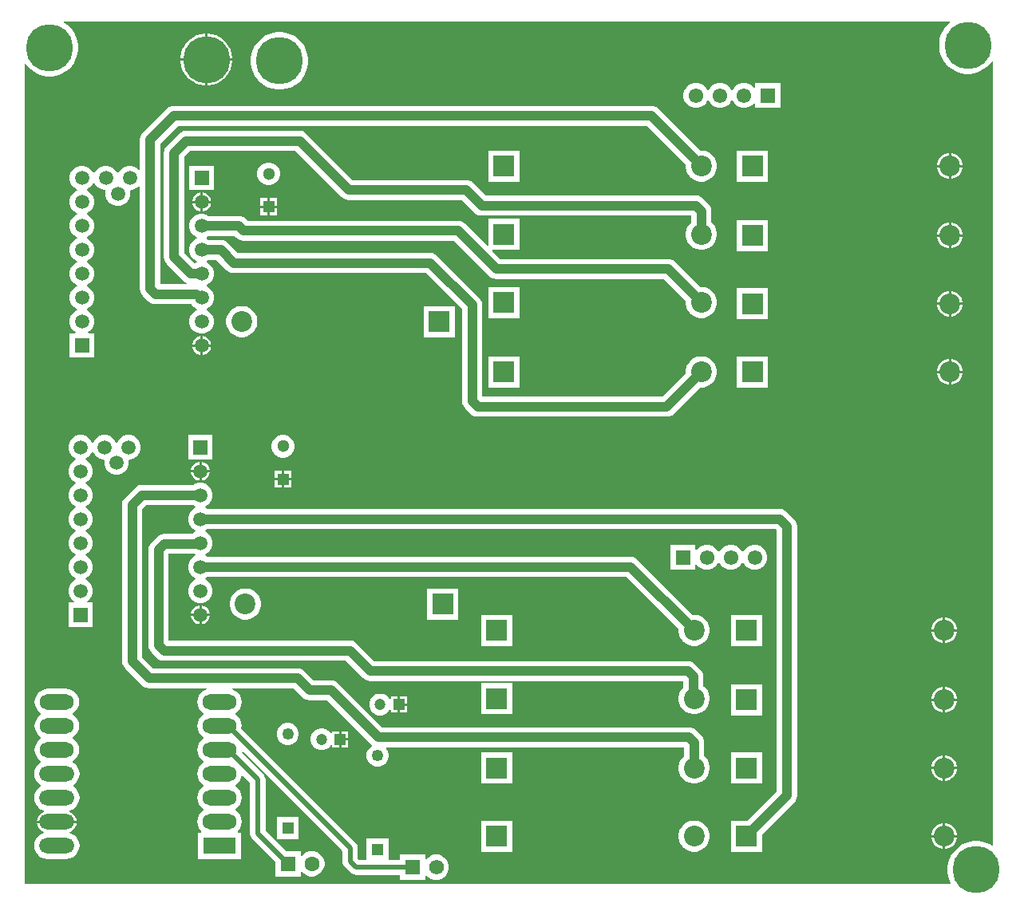
<source format=gbr>
G04*
G04 #@! TF.GenerationSoftware,Altium Limited,Altium Designer,24.1.2 (44)*
G04*
G04 Layer_Physical_Order=2*
G04 Layer_Color=16711680*
%FSLAX44Y44*%
%MOMM*%
G71*
G04*
G04 #@! TF.SameCoordinates,5DE3D9D9-2881-4E34-8FA9-09D51DE8E5B4*
G04*
G04*
G04 #@! TF.FilePolarity,Positive*
G04*
G01*
G75*
%ADD19R,1.2000X1.2000*%
%ADD20C,1.2000*%
%ADD21R,1.6000X1.6000*%
%ADD22C,1.5700*%
%ADD23R,1.2500X1.2500*%
%ADD24C,1.2500*%
%ADD26R,2.2000X2.2000*%
%ADD27C,2.2000*%
%ADD28C,1.6000*%
%ADD31R,1.3000X1.3000*%
%ADD32C,1.3000*%
%ADD36C,0.5080*%
%ADD37C,1.0160*%
%ADD38C,1.5000*%
%ADD39R,1.5000X1.5000*%
G04:AMPARAMS|DCode=40|XSize=3.6mm|YSize=1.7mm|CornerRadius=0.85mm|HoleSize=0mm|Usage=FLASHONLY|Rotation=0.000|XOffset=0mm|YOffset=0mm|HoleType=Round|Shape=RoundedRectangle|*
%AMROUNDEDRECTD40*
21,1,3.6000,0.0000,0,0,0.0*
21,1,1.9000,1.7000,0,0,0.0*
1,1,1.7000,0.9500,0.0000*
1,1,1.7000,-0.9500,0.0000*
1,1,1.7000,-0.9500,0.0000*
1,1,1.7000,0.9500,0.0000*
%
%ADD40ROUNDEDRECTD40*%
%ADD41C,1.5500*%
%ADD42R,1.5500X1.5500*%
%ADD43R,3.5000X1.7000*%
G04:AMPARAMS|DCode=44|XSize=3.7mm|YSize=1.7mm|CornerRadius=0.85mm|HoleSize=0mm|Usage=FLASHONLY|Rotation=180.000|XOffset=0mm|YOffset=0mm|HoleType=Round|Shape=RoundedRectangle|*
%AMROUNDEDRECTD44*
21,1,3.7000,0.0000,0,0,180.0*
21,1,2.0000,1.7000,0,0,180.0*
1,1,1.7000,-1.0000,0.0000*
1,1,1.7000,1.0000,0.0000*
1,1,1.7000,1.0000,0.0000*
1,1,1.7000,-1.0000,0.0000*
%
%ADD44ROUNDEDRECTD44*%
%ADD45C,5.0000*%
G36*
X1269188Y1173542D02*
X1267911Y1172614D01*
X1264516Y1169219D01*
X1261694Y1165335D01*
X1259514Y1161058D01*
X1258031Y1156492D01*
X1257280Y1151750D01*
Y1146950D01*
X1258031Y1142208D01*
X1259514Y1137642D01*
X1261694Y1133364D01*
X1264516Y1129481D01*
X1267911Y1126086D01*
X1271795Y1123264D01*
X1276072Y1121085D01*
X1280638Y1119601D01*
X1285380Y1118850D01*
X1290180D01*
X1294922Y1119601D01*
X1299488Y1121085D01*
X1303766Y1123264D01*
X1307649Y1126086D01*
X1311044Y1129481D01*
X1313187Y1132430D01*
X1314457Y1132017D01*
X1314537Y300438D01*
X1313406Y299861D01*
X1312655Y300406D01*
X1308378Y302586D01*
X1303812Y304069D01*
X1299070Y304820D01*
X1294270D01*
X1289528Y304069D01*
X1284962Y302586D01*
X1280685Y300406D01*
X1276801Y297584D01*
X1273406Y294189D01*
X1270584Y290306D01*
X1268404Y286028D01*
X1266921Y281462D01*
X1266170Y276720D01*
Y271920D01*
X1266921Y267178D01*
X1268404Y262612D01*
X1269652Y260163D01*
X1268989Y259080D01*
X287020D01*
Y1129468D01*
X288290Y1129880D01*
X290426Y1126941D01*
X293821Y1123546D01*
X297705Y1120724D01*
X301982Y1118544D01*
X306548Y1117061D01*
X311290Y1116310D01*
X316090D01*
X320832Y1117061D01*
X325398Y1118544D01*
X329675Y1120724D01*
X333559Y1123546D01*
X336954Y1126941D01*
X339776Y1130825D01*
X341955Y1135102D01*
X343439Y1139668D01*
X344190Y1144410D01*
Y1149210D01*
X343439Y1153952D01*
X341955Y1158518D01*
X339776Y1162795D01*
X336954Y1166679D01*
X333559Y1170074D01*
X329675Y1172896D01*
X328460Y1173515D01*
X328757Y1174750D01*
X1268795D01*
X1269188Y1173542D01*
D02*
G37*
%LPC*%
G36*
X482228Y1161650D02*
X481330D01*
Y1135380D01*
X507600D01*
Y1136277D01*
X506922Y1140559D01*
X505582Y1144682D01*
X503614Y1148544D01*
X501066Y1152051D01*
X498001Y1155116D01*
X494494Y1157664D01*
X490632Y1159632D01*
X486509Y1160972D01*
X482228Y1161650D01*
D02*
G37*
G36*
X478790D02*
X477892D01*
X473611Y1160972D01*
X469488Y1159632D01*
X465626Y1157664D01*
X462119Y1155116D01*
X459054Y1152051D01*
X456506Y1148544D01*
X454538Y1144682D01*
X453198Y1140559D01*
X452520Y1136277D01*
Y1135380D01*
X478790D01*
Y1161650D01*
D02*
G37*
G36*
X507600Y1132840D02*
X481330D01*
Y1106570D01*
X482228D01*
X486509Y1107248D01*
X490632Y1108588D01*
X494494Y1110556D01*
X498001Y1113104D01*
X501066Y1116169D01*
X503614Y1119676D01*
X505582Y1123538D01*
X506922Y1127661D01*
X507600Y1131943D01*
Y1132840D01*
D02*
G37*
G36*
X478790D02*
X452520D01*
Y1131943D01*
X453198Y1127661D01*
X454538Y1123538D01*
X456506Y1119676D01*
X459054Y1116169D01*
X462119Y1113104D01*
X465626Y1110556D01*
X469488Y1108588D01*
X473611Y1107248D01*
X477892Y1106570D01*
X478790D01*
Y1132840D01*
D02*
G37*
G36*
X1088940Y1109260D02*
X1062440D01*
Y1103919D01*
X1061213Y1103590D01*
X1060893Y1104146D01*
X1058426Y1106613D01*
X1055404Y1108357D01*
X1052034Y1109260D01*
X1048546D01*
X1045176Y1108357D01*
X1042154Y1106613D01*
X1039687Y1104146D01*
X1038323Y1101783D01*
X1036857D01*
X1035493Y1104146D01*
X1033026Y1106613D01*
X1030004Y1108357D01*
X1026634Y1109260D01*
X1023146D01*
X1019776Y1108357D01*
X1016754Y1106613D01*
X1014287Y1104146D01*
X1012923Y1101783D01*
X1011457D01*
X1010093Y1104146D01*
X1007626Y1106613D01*
X1004604Y1108357D01*
X1001234Y1109260D01*
X997746D01*
X994376Y1108357D01*
X991354Y1106613D01*
X988887Y1104146D01*
X987143Y1101124D01*
X986240Y1097754D01*
Y1094266D01*
X987143Y1090896D01*
X988887Y1087874D01*
X991354Y1085407D01*
X994376Y1083663D01*
X997746Y1082760D01*
X1001234D01*
X1004604Y1083663D01*
X1007626Y1085407D01*
X1010093Y1087874D01*
X1011457Y1090237D01*
X1012923D01*
X1014287Y1087874D01*
X1016754Y1085407D01*
X1019776Y1083663D01*
X1023146Y1082760D01*
X1026634D01*
X1030004Y1083663D01*
X1033026Y1085407D01*
X1035493Y1087874D01*
X1036857Y1090237D01*
X1038323D01*
X1039687Y1087874D01*
X1042154Y1085407D01*
X1045176Y1083663D01*
X1048546Y1082760D01*
X1052034D01*
X1055404Y1083663D01*
X1058426Y1085407D01*
X1060893Y1087874D01*
X1061213Y1088430D01*
X1062440Y1088101D01*
Y1082760D01*
X1088940D01*
Y1109260D01*
D02*
G37*
G36*
X559930Y1163340D02*
X555130D01*
X550388Y1162589D01*
X545822Y1161105D01*
X541544Y1158926D01*
X537661Y1156104D01*
X534266Y1152709D01*
X531444Y1148826D01*
X529264Y1144548D01*
X527781Y1139982D01*
X527030Y1135240D01*
Y1130440D01*
X527781Y1125698D01*
X529264Y1121132D01*
X531444Y1116854D01*
X534266Y1112971D01*
X537661Y1109576D01*
X541544Y1106754D01*
X545822Y1104575D01*
X550388Y1103091D01*
X555130Y1102340D01*
X559930D01*
X564672Y1103091D01*
X569238Y1104575D01*
X573516Y1106754D01*
X577399Y1109576D01*
X580794Y1112971D01*
X583616Y1116854D01*
X585796Y1121132D01*
X587279Y1125698D01*
X588030Y1130440D01*
Y1135240D01*
X587279Y1139982D01*
X585796Y1144548D01*
X583616Y1148826D01*
X580794Y1152709D01*
X577399Y1156104D01*
X573516Y1158926D01*
X569238Y1161105D01*
X564672Y1162589D01*
X559930Y1163340D01*
D02*
G37*
G36*
X1270663Y1034620D02*
X1270150D01*
Y1022350D01*
X1282420D01*
Y1022863D01*
X1281497Y1026306D01*
X1279715Y1029394D01*
X1277194Y1031915D01*
X1274106Y1033697D01*
X1270663Y1034620D01*
D02*
G37*
G36*
X1267610D02*
X1267097D01*
X1263654Y1033697D01*
X1260566Y1031915D01*
X1258045Y1029394D01*
X1256263Y1026306D01*
X1255340Y1022863D01*
Y1022350D01*
X1267610D01*
Y1034620D01*
D02*
G37*
G36*
X1282420Y1019810D02*
X1270150D01*
Y1007540D01*
X1270663D01*
X1274106Y1008463D01*
X1277194Y1010245D01*
X1279715Y1012766D01*
X1281497Y1015854D01*
X1282420Y1019297D01*
Y1019810D01*
D02*
G37*
G36*
X1267610D02*
X1255340D01*
Y1019297D01*
X1256263Y1015854D01*
X1258045Y1012766D01*
X1260566Y1010245D01*
X1263654Y1008463D01*
X1267097Y1007540D01*
X1267610D01*
Y1019810D01*
D02*
G37*
G36*
X1075980Y1037580D02*
X1042980D01*
Y1004580D01*
X1075980D01*
Y1037580D01*
D02*
G37*
G36*
X951790Y1085091D02*
X445770D01*
X443008Y1084728D01*
X440434Y1083662D01*
X438224Y1081966D01*
X412824Y1056566D01*
X411128Y1054356D01*
X410062Y1051782D01*
X409699Y1049020D01*
Y1017642D01*
X408429Y1017116D01*
X406762Y1018783D01*
X403798Y1020494D01*
X400491Y1021380D01*
X397068D01*
X393762Y1020494D01*
X390798Y1018783D01*
X388377Y1016362D01*
X386764Y1013567D01*
X386080Y1013476D01*
X385396Y1013567D01*
X383783Y1016362D01*
X381362Y1018783D01*
X378398Y1020494D01*
X375092Y1021380D01*
X371669D01*
X368362Y1020494D01*
X365398Y1018783D01*
X362977Y1016362D01*
X361364Y1013567D01*
X360680Y1013476D01*
X359996Y1013567D01*
X358383Y1016362D01*
X355962Y1018783D01*
X352998Y1020494D01*
X349692Y1021380D01*
X346269D01*
X342962Y1020494D01*
X339998Y1018783D01*
X337577Y1016362D01*
X335866Y1013398D01*
X334980Y1010091D01*
Y1006668D01*
X335866Y1003362D01*
X337577Y1000398D01*
X339998Y997977D01*
X342793Y996364D01*
X342884Y995680D01*
X342793Y994996D01*
X339998Y993383D01*
X337577Y990962D01*
X335866Y987998D01*
X334980Y984691D01*
Y981268D01*
X335866Y977962D01*
X337577Y974998D01*
X339998Y972577D01*
X342793Y970964D01*
X342884Y970280D01*
X342793Y969596D01*
X339998Y967983D01*
X337577Y965562D01*
X335866Y962598D01*
X334980Y959292D01*
Y955869D01*
X335866Y952562D01*
X337577Y949598D01*
X339998Y947177D01*
X342793Y945564D01*
X342884Y944880D01*
X342793Y944196D01*
X339998Y942583D01*
X337577Y940162D01*
X335866Y937198D01*
X334980Y933892D01*
Y930469D01*
X335866Y927162D01*
X337577Y924198D01*
X339998Y921777D01*
X342793Y920164D01*
X342884Y919480D01*
X342793Y918796D01*
X339998Y917183D01*
X337577Y914762D01*
X335866Y911798D01*
X334980Y908492D01*
Y905069D01*
X335866Y901762D01*
X337577Y898798D01*
X339998Y896377D01*
X342793Y894764D01*
X342884Y894080D01*
X342793Y893396D01*
X339998Y891783D01*
X337577Y889362D01*
X335866Y886398D01*
X334980Y883092D01*
Y879669D01*
X335866Y876362D01*
X337577Y873398D01*
X339998Y870977D01*
X342793Y869364D01*
X342884Y868680D01*
X342793Y867996D01*
X339998Y866383D01*
X337577Y863962D01*
X335866Y860998D01*
X334980Y857691D01*
Y854268D01*
X335866Y850962D01*
X337577Y847998D01*
X339998Y845577D01*
X341258Y844850D01*
X340918Y843580D01*
X334980D01*
Y817580D01*
X360980D01*
Y843580D01*
X355042D01*
X354702Y844850D01*
X355962Y845577D01*
X358383Y847998D01*
X360094Y850962D01*
X360980Y854268D01*
Y857691D01*
X360094Y860998D01*
X358383Y863962D01*
X355962Y866383D01*
X353167Y867996D01*
X353076Y868680D01*
X353167Y869364D01*
X355962Y870977D01*
X358383Y873398D01*
X360094Y876362D01*
X360980Y879669D01*
Y883092D01*
X360094Y886398D01*
X358383Y889362D01*
X355962Y891783D01*
X353167Y893396D01*
X353076Y894080D01*
X353167Y894764D01*
X355962Y896377D01*
X358383Y898798D01*
X360094Y901762D01*
X360980Y905069D01*
Y908492D01*
X360094Y911798D01*
X358383Y914762D01*
X355962Y917183D01*
X353167Y918796D01*
X353076Y919480D01*
X353167Y920164D01*
X355962Y921777D01*
X358383Y924198D01*
X360094Y927162D01*
X360980Y930469D01*
Y933892D01*
X360094Y937198D01*
X358383Y940162D01*
X355962Y942583D01*
X353167Y944196D01*
X353076Y944880D01*
X353167Y945564D01*
X355962Y947177D01*
X358383Y949598D01*
X360094Y952562D01*
X360980Y955869D01*
Y959292D01*
X360094Y962598D01*
X358383Y965562D01*
X355962Y967983D01*
X353167Y969596D01*
X353076Y970280D01*
X353167Y970964D01*
X355962Y972577D01*
X358383Y974998D01*
X360094Y977962D01*
X360980Y981268D01*
Y984691D01*
X360094Y987998D01*
X358383Y990962D01*
X355962Y993383D01*
X353167Y994996D01*
X353076Y995680D01*
X353167Y996364D01*
X355962Y997977D01*
X358383Y1000398D01*
X359996Y1003193D01*
X360680Y1003284D01*
X361364Y1003193D01*
X362977Y1000398D01*
X365398Y997977D01*
X368362Y996266D01*
X371669Y995380D01*
X372519D01*
X373292Y994372D01*
X373080Y993581D01*
Y990158D01*
X373966Y986852D01*
X375677Y983888D01*
X378098Y981467D01*
X381062Y979756D01*
X384369Y978870D01*
X387791D01*
X391098Y979756D01*
X394062Y981467D01*
X396483Y983888D01*
X398194Y986852D01*
X399080Y990158D01*
Y993581D01*
X398868Y994372D01*
X399641Y995380D01*
X400491D01*
X403798Y996266D01*
X406762Y997977D01*
X408429Y999644D01*
X409699Y999118D01*
Y891142D01*
X410062Y888380D01*
X411128Y885806D01*
X412824Y883596D01*
X418776Y877644D01*
X420986Y875948D01*
X423560Y874882D01*
X426322Y874519D01*
X463930D01*
X464577Y873398D01*
X466998Y870977D01*
X469793Y869364D01*
X469884Y868680D01*
X469793Y867996D01*
X466998Y866383D01*
X464577Y863962D01*
X462866Y860998D01*
X461980Y857691D01*
Y854268D01*
X462866Y850962D01*
X464577Y847998D01*
X466998Y845577D01*
X469962Y843866D01*
X473269Y842980D01*
X476692D01*
X479998Y843866D01*
X482962Y845577D01*
X485383Y847998D01*
X487094Y850962D01*
X487980Y854268D01*
Y857691D01*
X487094Y860998D01*
X485383Y863962D01*
X482962Y866383D01*
X480167Y867996D01*
X480076Y868680D01*
X480167Y869364D01*
X482962Y870977D01*
X485383Y873398D01*
X487094Y876362D01*
X487980Y879669D01*
Y883092D01*
X487094Y886398D01*
X485383Y889362D01*
X482962Y891783D01*
X480167Y893396D01*
X480076Y894080D01*
X480167Y894764D01*
X482962Y896377D01*
X485383Y898798D01*
X487094Y901762D01*
X487980Y905069D01*
Y908492D01*
X487094Y911798D01*
X485383Y914762D01*
X482962Y917183D01*
X480167Y918796D01*
X480076Y919480D01*
X480167Y920164D01*
X482497Y921509D01*
X490880D01*
X501724Y910664D01*
X503934Y908968D01*
X506508Y907902D01*
X509270Y907539D01*
X713130D01*
X751329Y869340D01*
Y771762D01*
X751692Y769000D01*
X752758Y766426D01*
X754454Y764216D01*
X760406Y758264D01*
X762616Y756568D01*
X765190Y755502D01*
X767952Y755139D01*
X968300D01*
X971062Y755502D01*
X973636Y756568D01*
X975846Y758264D01*
X1003721Y786140D01*
X1006755D01*
X1009943Y786774D01*
X1012946Y788018D01*
X1015648Y789824D01*
X1017946Y792122D01*
X1019752Y794824D01*
X1020996Y797827D01*
X1021630Y801015D01*
Y804265D01*
X1020996Y807453D01*
X1019752Y810456D01*
X1017946Y813158D01*
X1015648Y815456D01*
X1012946Y817262D01*
X1009943Y818506D01*
X1006755Y819140D01*
X1003505D01*
X1000317Y818506D01*
X997314Y817262D01*
X994612Y815456D01*
X992314Y813158D01*
X990508Y810456D01*
X989264Y807453D01*
X988630Y804265D01*
Y801232D01*
X963880Y776481D01*
X772671D01*
Y873760D01*
X772308Y876522D01*
X771242Y879096D01*
X769546Y881306D01*
X725096Y925756D01*
X722886Y927452D01*
X720312Y928518D01*
X717550Y928881D01*
X513690D01*
X502846Y939726D01*
X500636Y941422D01*
X498062Y942488D01*
X495300Y942851D01*
X482497D01*
X480167Y944196D01*
X480076Y944880D01*
X480167Y945564D01*
X482497Y946909D01*
X509930D01*
X511884Y944954D01*
X514094Y943258D01*
X516668Y942192D01*
X519430Y941829D01*
X742340D01*
X779854Y904314D01*
X782064Y902618D01*
X784638Y901552D01*
X787400Y901189D01*
X965150D01*
X988630Y877709D01*
Y874675D01*
X989264Y871487D01*
X990508Y868484D01*
X992314Y865782D01*
X994612Y863484D01*
X997314Y861678D01*
X1000317Y860434D01*
X1003505Y859800D01*
X1006755D01*
X1009943Y860434D01*
X1012946Y861678D01*
X1015648Y863484D01*
X1017946Y865782D01*
X1019752Y868484D01*
X1020996Y871487D01*
X1021630Y874675D01*
Y877925D01*
X1020996Y881113D01*
X1019752Y884116D01*
X1017946Y886818D01*
X1015648Y889116D01*
X1012946Y890922D01*
X1009943Y892166D01*
X1006755Y892800D01*
X1003721D01*
X977116Y919406D01*
X974906Y921102D01*
X972332Y922168D01*
X969570Y922531D01*
X791820D01*
X783335Y931017D01*
X783821Y932190D01*
X812230D01*
Y965190D01*
X779230D01*
Y936781D01*
X778057Y936295D01*
X754306Y960046D01*
X752096Y961742D01*
X749522Y962808D01*
X746760Y963171D01*
X523850D01*
X521896Y965126D01*
X519686Y966822D01*
X517112Y967888D01*
X514350Y968251D01*
X482497D01*
X479998Y969694D01*
X476692Y970580D01*
X473269D01*
X469962Y969694D01*
X466998Y967983D01*
X464577Y965562D01*
X462866Y962598D01*
X461980Y959292D01*
Y955869D01*
X462866Y952562D01*
X464577Y949598D01*
X466998Y947177D01*
X469793Y945564D01*
X469884Y944880D01*
X469793Y944196D01*
X466998Y942583D01*
X464577Y940162D01*
X462866Y937198D01*
X461980Y933892D01*
Y930469D01*
X462866Y927162D01*
X464577Y924198D01*
X466998Y921777D01*
X469793Y920164D01*
X469884Y919480D01*
X469793Y918796D01*
X467965Y917741D01*
X467681D01*
X456441Y928980D01*
Y1030630D01*
X462890Y1037079D01*
X574700D01*
X623644Y988134D01*
X625854Y986438D01*
X628428Y985372D01*
X631190Y985009D01*
X751230D01*
X764614Y971624D01*
X766824Y969928D01*
X769398Y968862D01*
X772160Y968499D01*
X994459D01*
Y961353D01*
X992314Y959208D01*
X990508Y956506D01*
X989264Y953503D01*
X988630Y950315D01*
Y947065D01*
X989264Y943877D01*
X990508Y940874D01*
X992314Y938172D01*
X994612Y935874D01*
X997314Y934068D01*
X1000317Y932824D01*
X1003505Y932190D01*
X1006755D01*
X1009943Y932824D01*
X1012946Y934068D01*
X1015648Y935874D01*
X1017946Y938172D01*
X1019752Y940874D01*
X1020996Y943877D01*
X1021630Y947065D01*
Y950315D01*
X1020996Y953503D01*
X1019752Y956506D01*
X1017946Y959208D01*
X1015801Y961353D01*
Y973218D01*
X1015438Y975980D01*
X1014372Y978554D01*
X1012676Y980764D01*
X1006724Y986716D01*
X1004514Y988412D01*
X1001940Y989478D01*
X999178Y989841D01*
X776580D01*
X763196Y1003226D01*
X760986Y1004922D01*
X758412Y1005988D01*
X755650Y1006351D01*
X635610D01*
X586666Y1055296D01*
X584456Y1056992D01*
X581882Y1058058D01*
X579120Y1058421D01*
X458470D01*
X455708Y1058058D01*
X453134Y1056992D01*
X450924Y1055296D01*
X438224Y1042596D01*
X436528Y1040386D01*
X435462Y1037812D01*
X435099Y1035050D01*
Y924560D01*
X435462Y921798D01*
X436528Y919224D01*
X438224Y917014D01*
X455715Y899524D01*
X457925Y897828D01*
X459607Y897131D01*
X459354Y895861D01*
X431041D01*
Y1044600D01*
X450190Y1063749D01*
X947370D01*
X988630Y1022488D01*
Y1019455D01*
X989264Y1016267D01*
X990508Y1013264D01*
X992314Y1010562D01*
X994612Y1008264D01*
X997314Y1006458D01*
X1000317Y1005214D01*
X1003505Y1004580D01*
X1006755D01*
X1009943Y1005214D01*
X1012946Y1006458D01*
X1015648Y1008264D01*
X1017946Y1010562D01*
X1019752Y1013264D01*
X1020996Y1016267D01*
X1021630Y1019455D01*
Y1022705D01*
X1020996Y1025893D01*
X1019752Y1028896D01*
X1017946Y1031598D01*
X1015648Y1033896D01*
X1012946Y1035702D01*
X1009943Y1036946D01*
X1006755Y1037580D01*
X1003721D01*
X959336Y1081966D01*
X957126Y1083662D01*
X954552Y1084728D01*
X951790Y1085091D01*
D02*
G37*
G36*
X812230Y1037580D02*
X779230D01*
Y1004580D01*
X812230D01*
Y1037580D01*
D02*
G37*
G36*
X547680Y1024900D02*
X544520D01*
X541468Y1024082D01*
X538732Y1022502D01*
X536498Y1020268D01*
X534918Y1017532D01*
X534100Y1014480D01*
Y1011320D01*
X534918Y1008268D01*
X536498Y1005532D01*
X538732Y1003298D01*
X541468Y1001718D01*
X544520Y1000900D01*
X547680D01*
X550732Y1001718D01*
X553468Y1003298D01*
X555702Y1005532D01*
X557282Y1008268D01*
X558100Y1011320D01*
Y1014480D01*
X557282Y1017532D01*
X555702Y1020268D01*
X553468Y1022502D01*
X550732Y1024082D01*
X547680Y1024900D01*
D02*
G37*
G36*
X487980Y1021380D02*
X461980D01*
Y995380D01*
X487980D01*
Y1021380D01*
D02*
G37*
G36*
X476302Y993020D02*
X476250D01*
Y984250D01*
X485020D01*
Y984302D01*
X484336Y986855D01*
X483014Y989145D01*
X481145Y991014D01*
X478855Y992336D01*
X476302Y993020D01*
D02*
G37*
G36*
X473710D02*
X473658D01*
X471105Y992336D01*
X468815Y991014D01*
X466946Y989145D01*
X465624Y986855D01*
X464940Y984302D01*
Y984250D01*
X473710D01*
Y993020D01*
D02*
G37*
G36*
X555140Y986940D02*
X547370D01*
Y979170D01*
X555140D01*
Y986940D01*
D02*
G37*
G36*
X544830D02*
X537060D01*
Y979170D01*
X544830D01*
Y986940D01*
D02*
G37*
G36*
X485020Y981710D02*
X476250D01*
Y972940D01*
X476302D01*
X478855Y973624D01*
X481145Y974946D01*
X483014Y976815D01*
X484336Y979105D01*
X485020Y981658D01*
Y981710D01*
D02*
G37*
G36*
X473710D02*
X464940D01*
Y981658D01*
X465624Y979105D01*
X466946Y976815D01*
X468815Y974946D01*
X471105Y973624D01*
X473658Y972940D01*
X473710D01*
Y981710D01*
D02*
G37*
G36*
X555140Y976630D02*
X547370D01*
Y968860D01*
X555140D01*
Y976630D01*
D02*
G37*
G36*
X544830D02*
X537060D01*
Y968860D01*
X544830D01*
Y976630D01*
D02*
G37*
G36*
X1270663Y960960D02*
X1270150D01*
Y948690D01*
X1282420D01*
Y949203D01*
X1281497Y952646D01*
X1279715Y955734D01*
X1277194Y958255D01*
X1274106Y960037D01*
X1270663Y960960D01*
D02*
G37*
G36*
X1267610D02*
X1267097D01*
X1263654Y960037D01*
X1260566Y958255D01*
X1258045Y955734D01*
X1256263Y952646D01*
X1255340Y949203D01*
Y948690D01*
X1267610D01*
Y960960D01*
D02*
G37*
G36*
X1282420Y946150D02*
X1270150D01*
Y933880D01*
X1270663D01*
X1274106Y934803D01*
X1277194Y936585D01*
X1279715Y939106D01*
X1281497Y942194D01*
X1282420Y945637D01*
Y946150D01*
D02*
G37*
G36*
X1267610D02*
X1255340D01*
Y945637D01*
X1256263Y942194D01*
X1258045Y939106D01*
X1260566Y936585D01*
X1263654Y934803D01*
X1267097Y933880D01*
X1267610D01*
Y946150D01*
D02*
G37*
G36*
X1075980Y963920D02*
X1042980D01*
Y930920D01*
X1075980D01*
Y963920D01*
D02*
G37*
G36*
X1270663Y888570D02*
X1270150D01*
Y876300D01*
X1282420D01*
Y876813D01*
X1281497Y880256D01*
X1279715Y883344D01*
X1277194Y885865D01*
X1274106Y887647D01*
X1270663Y888570D01*
D02*
G37*
G36*
X1267610D02*
X1267097D01*
X1263654Y887647D01*
X1260566Y885865D01*
X1258045Y883344D01*
X1256263Y880256D01*
X1255340Y876813D01*
Y876300D01*
X1267610D01*
Y888570D01*
D02*
G37*
G36*
X1282420Y873760D02*
X1270150D01*
Y861490D01*
X1270663D01*
X1274106Y862413D01*
X1277194Y864195D01*
X1279715Y866716D01*
X1281497Y869804D01*
X1282420Y873247D01*
Y873760D01*
D02*
G37*
G36*
X1267610D02*
X1255340D01*
Y873247D01*
X1256263Y869804D01*
X1258045Y866716D01*
X1260566Y864195D01*
X1263654Y862413D01*
X1267097Y861490D01*
X1267610D01*
Y873760D01*
D02*
G37*
G36*
X812230Y892800D02*
X779230D01*
Y859800D01*
X812230D01*
Y892800D01*
D02*
G37*
G36*
X1075980Y891530D02*
X1042980D01*
Y858530D01*
X1075980D01*
Y891530D01*
D02*
G37*
G36*
X743500Y872480D02*
X710500D01*
Y839480D01*
X743500D01*
Y872480D01*
D02*
G37*
G36*
X519225D02*
X515975D01*
X512787Y871846D01*
X509784Y870602D01*
X507082Y868796D01*
X504784Y866498D01*
X502978Y863796D01*
X501734Y860793D01*
X501100Y857605D01*
Y854355D01*
X501734Y851167D01*
X502978Y848164D01*
X504784Y845462D01*
X507082Y843164D01*
X509784Y841358D01*
X512787Y840114D01*
X515975Y839480D01*
X519225D01*
X522413Y840114D01*
X525416Y841358D01*
X528118Y843164D01*
X530416Y845462D01*
X532222Y848164D01*
X533466Y851167D01*
X534100Y854355D01*
Y857605D01*
X533466Y860793D01*
X532222Y863796D01*
X530416Y866498D01*
X528118Y868796D01*
X525416Y870602D01*
X522413Y871846D01*
X519225Y872480D01*
D02*
G37*
G36*
X476302Y840620D02*
X476250D01*
Y831850D01*
X485020D01*
Y831902D01*
X484336Y834455D01*
X483014Y836745D01*
X481145Y838614D01*
X478855Y839936D01*
X476302Y840620D01*
D02*
G37*
G36*
X473710D02*
X473658D01*
X471105Y839936D01*
X468815Y838614D01*
X466946Y836745D01*
X465624Y834455D01*
X464940Y831902D01*
Y831850D01*
X473710D01*
Y840620D01*
D02*
G37*
G36*
X485020Y829310D02*
X476250D01*
Y820540D01*
X476302D01*
X478855Y821224D01*
X481145Y822546D01*
X483014Y824415D01*
X484336Y826705D01*
X485020Y829258D01*
Y829310D01*
D02*
G37*
G36*
X473710D02*
X464940D01*
Y829258D01*
X465624Y826705D01*
X466946Y824415D01*
X468815Y822546D01*
X471105Y821224D01*
X473658Y820540D01*
X473710D01*
Y829310D01*
D02*
G37*
G36*
X1270663Y816180D02*
X1270150D01*
Y803910D01*
X1282420D01*
Y804423D01*
X1281497Y807866D01*
X1279715Y810954D01*
X1277194Y813475D01*
X1274106Y815257D01*
X1270663Y816180D01*
D02*
G37*
G36*
X1267610D02*
X1267097D01*
X1263654Y815257D01*
X1260566Y813475D01*
X1258045Y810954D01*
X1256263Y807866D01*
X1255340Y804423D01*
Y803910D01*
X1267610D01*
Y816180D01*
D02*
G37*
G36*
X1282420Y801370D02*
X1270150D01*
Y789100D01*
X1270663D01*
X1274106Y790023D01*
X1277194Y791805D01*
X1279715Y794326D01*
X1281497Y797414D01*
X1282420Y800857D01*
Y801370D01*
D02*
G37*
G36*
X1267610D02*
X1255340D01*
Y800857D01*
X1256263Y797414D01*
X1258045Y794326D01*
X1260566Y791805D01*
X1263654Y790023D01*
X1267097Y789100D01*
X1267610D01*
Y801370D01*
D02*
G37*
G36*
X1075980Y819140D02*
X1042980D01*
Y786140D01*
X1075980D01*
Y819140D01*
D02*
G37*
G36*
X812230D02*
X779230D01*
Y786140D01*
X812230D01*
Y819140D01*
D02*
G37*
G36*
X399221Y735630D02*
X395798D01*
X392492Y734744D01*
X389528Y733033D01*
X387107Y730612D01*
X385494Y727817D01*
X384810Y727726D01*
X384126Y727817D01*
X382513Y730612D01*
X380092Y733033D01*
X377128Y734744D01*
X373821Y735630D01*
X370398D01*
X367092Y734744D01*
X364128Y733033D01*
X361707Y730612D01*
X360094Y727817D01*
X359410Y727726D01*
X358726Y727817D01*
X357113Y730612D01*
X354692Y733033D01*
X351728Y734744D01*
X348422Y735630D01*
X344999D01*
X341692Y734744D01*
X338728Y733033D01*
X336307Y730612D01*
X334596Y727648D01*
X333710Y724342D01*
Y720919D01*
X334596Y717612D01*
X336307Y714648D01*
X338728Y712227D01*
X341523Y710614D01*
X341614Y709930D01*
X341523Y709246D01*
X338728Y707633D01*
X336307Y705212D01*
X334596Y702248D01*
X333710Y698941D01*
Y695518D01*
X334596Y692212D01*
X336307Y689248D01*
X338728Y686827D01*
X341523Y685214D01*
X341614Y684530D01*
X341523Y683846D01*
X338728Y682233D01*
X336307Y679812D01*
X334596Y676848D01*
X333710Y673541D01*
Y670118D01*
X334596Y666812D01*
X336307Y663848D01*
X338728Y661427D01*
X341523Y659814D01*
X341614Y659130D01*
X341523Y658446D01*
X338728Y656833D01*
X336307Y654412D01*
X334596Y651448D01*
X333710Y648141D01*
Y644718D01*
X334596Y641412D01*
X336307Y638448D01*
X338728Y636027D01*
X341523Y634414D01*
X341614Y633730D01*
X341523Y633046D01*
X338728Y631433D01*
X336307Y629012D01*
X334596Y626048D01*
X333710Y622742D01*
Y619319D01*
X334596Y616012D01*
X336307Y613048D01*
X338728Y610627D01*
X341523Y609014D01*
X341614Y608330D01*
X341523Y607646D01*
X338728Y606033D01*
X336307Y603612D01*
X334596Y600648D01*
X333710Y597341D01*
Y593918D01*
X334596Y590612D01*
X336307Y587648D01*
X338728Y585227D01*
X341523Y583614D01*
X341614Y582930D01*
X341523Y582246D01*
X338728Y580633D01*
X336307Y578212D01*
X334596Y575248D01*
X333710Y571941D01*
Y568518D01*
X334596Y565212D01*
X336307Y562248D01*
X338728Y559827D01*
X339988Y559100D01*
X339647Y557830D01*
X333710D01*
Y531830D01*
X359710D01*
Y557830D01*
X353773D01*
X353432Y559100D01*
X354692Y559827D01*
X357113Y562248D01*
X358824Y565212D01*
X359710Y568518D01*
Y571941D01*
X358824Y575248D01*
X357113Y578212D01*
X354692Y580633D01*
X351897Y582246D01*
X351806Y582930D01*
X351897Y583614D01*
X354692Y585227D01*
X357113Y587648D01*
X358824Y590612D01*
X359710Y593918D01*
Y597341D01*
X358824Y600648D01*
X357113Y603612D01*
X354692Y606033D01*
X351897Y607646D01*
X351806Y608330D01*
X351897Y609014D01*
X354692Y610627D01*
X357113Y613048D01*
X358824Y616012D01*
X359710Y619319D01*
Y622742D01*
X358824Y626048D01*
X357113Y629012D01*
X354692Y631433D01*
X351897Y633046D01*
X351806Y633730D01*
X351897Y634414D01*
X354692Y636027D01*
X357113Y638448D01*
X358824Y641412D01*
X359710Y644718D01*
Y648141D01*
X358824Y651448D01*
X357113Y654412D01*
X354692Y656833D01*
X351897Y658446D01*
X351806Y659130D01*
X351897Y659814D01*
X354692Y661427D01*
X357113Y663848D01*
X358824Y666812D01*
X359710Y670118D01*
Y673541D01*
X358824Y676848D01*
X357113Y679812D01*
X354692Y682233D01*
X351897Y683846D01*
X351806Y684530D01*
X351897Y685214D01*
X354692Y686827D01*
X357113Y689248D01*
X358824Y692212D01*
X359710Y695518D01*
Y698941D01*
X358824Y702248D01*
X357113Y705212D01*
X354692Y707633D01*
X351897Y709246D01*
X351806Y709930D01*
X351897Y710614D01*
X354692Y712227D01*
X357113Y714648D01*
X358726Y717443D01*
X359410Y717534D01*
X360094Y717443D01*
X361707Y714648D01*
X364128Y712227D01*
X367092Y710516D01*
X370398Y709630D01*
X371249D01*
X372022Y708623D01*
X371810Y707831D01*
Y704408D01*
X372696Y701102D01*
X374407Y698138D01*
X376828Y695717D01*
X379792Y694006D01*
X383098Y693120D01*
X386521D01*
X389828Y694006D01*
X392792Y695717D01*
X395213Y698138D01*
X396924Y701102D01*
X397810Y704408D01*
Y707831D01*
X397598Y708623D01*
X398371Y709630D01*
X399221D01*
X402528Y710516D01*
X405492Y712227D01*
X407913Y714648D01*
X409624Y717612D01*
X410510Y720919D01*
Y724342D01*
X409624Y727648D01*
X407913Y730612D01*
X405492Y733033D01*
X402528Y734744D01*
X399221Y735630D01*
D02*
G37*
G36*
X562920Y735620D02*
X559760D01*
X556708Y734802D01*
X553972Y733222D01*
X551738Y730988D01*
X550158Y728252D01*
X549340Y725200D01*
Y722040D01*
X550158Y718988D01*
X551738Y716252D01*
X553972Y714018D01*
X556708Y712438D01*
X559760Y711620D01*
X562920D01*
X565972Y712438D01*
X568708Y714018D01*
X570942Y716252D01*
X572522Y718988D01*
X573340Y722040D01*
Y725200D01*
X572522Y728252D01*
X570942Y730988D01*
X568708Y733222D01*
X565972Y734802D01*
X562920Y735620D01*
D02*
G37*
G36*
X486710Y735630D02*
X460710D01*
Y709630D01*
X486710D01*
Y735630D01*
D02*
G37*
G36*
X475032Y707270D02*
X474980D01*
Y698500D01*
X483750D01*
Y698552D01*
X483066Y701105D01*
X481744Y703395D01*
X479875Y705264D01*
X477585Y706586D01*
X475032Y707270D01*
D02*
G37*
G36*
X472440D02*
X472388D01*
X469835Y706586D01*
X467545Y705264D01*
X465676Y703395D01*
X464354Y701105D01*
X463670Y698552D01*
Y698500D01*
X472440D01*
Y707270D01*
D02*
G37*
G36*
X570380Y697660D02*
X562610D01*
Y689890D01*
X570380D01*
Y697660D01*
D02*
G37*
G36*
X560070D02*
X552300D01*
Y689890D01*
X560070D01*
Y697660D01*
D02*
G37*
G36*
X483750Y695960D02*
X474980D01*
Y687190D01*
X475032D01*
X477585Y687874D01*
X479875Y689196D01*
X481744Y691065D01*
X483066Y693355D01*
X483750Y695908D01*
Y695960D01*
D02*
G37*
G36*
X472440D02*
X463670D01*
Y695908D01*
X464354Y693355D01*
X465676Y691065D01*
X467545Y689196D01*
X469835Y687874D01*
X472388Y687190D01*
X472440D01*
Y695960D01*
D02*
G37*
G36*
X570380Y687350D02*
X562610D01*
Y679580D01*
X570380D01*
Y687350D01*
D02*
G37*
G36*
X560070D02*
X552300D01*
Y679580D01*
X560070D01*
Y687350D01*
D02*
G37*
G36*
X1063464Y619040D02*
X1059976D01*
X1056606Y618137D01*
X1053584Y616393D01*
X1051117Y613926D01*
X1049753Y611563D01*
X1048287D01*
X1046923Y613926D01*
X1044456Y616393D01*
X1041434Y618137D01*
X1038064Y619040D01*
X1034576D01*
X1031206Y618137D01*
X1028184Y616393D01*
X1025717Y613926D01*
X1024353Y611563D01*
X1022887D01*
X1021523Y613926D01*
X1019056Y616393D01*
X1016034Y618137D01*
X1012664Y619040D01*
X1009176D01*
X1005806Y618137D01*
X1002784Y616393D01*
X1000317Y613926D01*
X999997Y613370D01*
X998770Y613699D01*
Y619040D01*
X972270D01*
Y592540D01*
X998770D01*
Y597881D01*
X999997Y598210D01*
X1000317Y597654D01*
X1002784Y595187D01*
X1005806Y593443D01*
X1009176Y592540D01*
X1012664D01*
X1016034Y593443D01*
X1019056Y595187D01*
X1021523Y597654D01*
X1022887Y600017D01*
X1024353D01*
X1025717Y597654D01*
X1028184Y595187D01*
X1031206Y593443D01*
X1034576Y592540D01*
X1038064D01*
X1041434Y593443D01*
X1044456Y595187D01*
X1046923Y597654D01*
X1048287Y600017D01*
X1049753D01*
X1051117Y597654D01*
X1053584Y595187D01*
X1056606Y593443D01*
X1059976Y592540D01*
X1063464D01*
X1066834Y593443D01*
X1069856Y595187D01*
X1072323Y597654D01*
X1074067Y600676D01*
X1074970Y604046D01*
Y607534D01*
X1074067Y610904D01*
X1072323Y613926D01*
X1069856Y616393D01*
X1066834Y618137D01*
X1063464Y619040D01*
D02*
G37*
G36*
X475032Y554870D02*
X474980D01*
Y546100D01*
X483750D01*
Y546152D01*
X483066Y548705D01*
X481744Y550995D01*
X479875Y552864D01*
X477585Y554186D01*
X475032Y554870D01*
D02*
G37*
G36*
X472440D02*
X472388D01*
X469835Y554186D01*
X467545Y552864D01*
X465676Y550995D01*
X464354Y548705D01*
X463670Y546152D01*
Y546100D01*
X472440D01*
Y554870D01*
D02*
G37*
G36*
X747310Y572760D02*
X714310D01*
Y539760D01*
X747310D01*
Y572760D01*
D02*
G37*
G36*
X523035D02*
X519785D01*
X516597Y572126D01*
X513594Y570882D01*
X510892Y569076D01*
X508594Y566778D01*
X506788Y564076D01*
X505544Y561073D01*
X504910Y557885D01*
Y554635D01*
X505544Y551447D01*
X506788Y548444D01*
X508594Y545742D01*
X510892Y543444D01*
X513594Y541638D01*
X516597Y540394D01*
X519785Y539760D01*
X523035D01*
X526223Y540394D01*
X529226Y541638D01*
X531928Y543444D01*
X534226Y545742D01*
X536032Y548444D01*
X537276Y551447D01*
X537910Y554635D01*
Y557885D01*
X537276Y561073D01*
X536032Y564076D01*
X534226Y566778D01*
X531928Y569076D01*
X529226Y570882D01*
X526223Y572126D01*
X523035Y572760D01*
D02*
G37*
G36*
X483750Y543560D02*
X474980D01*
Y534790D01*
X475032D01*
X477585Y535474D01*
X479875Y536796D01*
X481744Y538665D01*
X483066Y540955D01*
X483750Y543508D01*
Y543560D01*
D02*
G37*
G36*
X472440D02*
X463670D01*
Y543508D01*
X464354Y540955D01*
X465676Y538665D01*
X467545Y536796D01*
X469835Y535474D01*
X472388Y534790D01*
X472440D01*
Y543560D01*
D02*
G37*
G36*
X1264313Y541860D02*
X1263800D01*
Y529590D01*
X1276070D01*
Y530103D01*
X1275147Y533546D01*
X1273365Y536634D01*
X1270844Y539155D01*
X1267756Y540937D01*
X1264313Y541860D01*
D02*
G37*
G36*
X1261260D02*
X1260747D01*
X1257304Y540937D01*
X1254216Y539155D01*
X1251695Y536634D01*
X1249913Y533546D01*
X1248990Y530103D01*
Y529590D01*
X1261260D01*
Y541860D01*
D02*
G37*
G36*
X1276070Y527050D02*
X1263800D01*
Y514780D01*
X1264313D01*
X1267756Y515703D01*
X1270844Y517485D01*
X1273365Y520006D01*
X1275147Y523094D01*
X1276070Y526537D01*
Y527050D01*
D02*
G37*
G36*
X1261260D02*
X1248990D01*
Y526537D01*
X1249913Y523094D01*
X1251695Y520006D01*
X1254216Y517485D01*
X1257304Y515703D01*
X1260747Y514780D01*
X1261260D01*
Y527050D01*
D02*
G37*
G36*
X1069630Y544820D02*
X1036630D01*
Y511820D01*
X1069630D01*
Y544820D01*
D02*
G37*
G36*
X804610D02*
X771610D01*
Y511820D01*
X804610D01*
Y544820D01*
D02*
G37*
G36*
X1264313Y468200D02*
X1263800D01*
Y455930D01*
X1276070D01*
Y456443D01*
X1275147Y459886D01*
X1273365Y462974D01*
X1270844Y465495D01*
X1267756Y467277D01*
X1264313Y468200D01*
D02*
G37*
G36*
X1261260D02*
X1260747D01*
X1257304Y467277D01*
X1254216Y465495D01*
X1251695Y462974D01*
X1249913Y459886D01*
X1248990Y456443D01*
Y455930D01*
X1261260D01*
Y468200D01*
D02*
G37*
G36*
X692910Y458120D02*
X685640D01*
Y450850D01*
X692910D01*
Y458120D01*
D02*
G37*
G36*
X1276070Y453390D02*
X1263800D01*
Y441120D01*
X1264313D01*
X1267756Y442043D01*
X1270844Y443825D01*
X1273365Y446346D01*
X1275147Y449434D01*
X1276070Y452877D01*
Y453390D01*
D02*
G37*
G36*
X1261260D02*
X1248990D01*
Y452877D01*
X1249913Y449434D01*
X1251695Y446346D01*
X1254216Y443825D01*
X1257304Y442043D01*
X1260747Y441120D01*
X1261260D01*
Y453390D01*
D02*
G37*
G36*
X692910Y448310D02*
X685640D01*
Y441040D01*
X692910D01*
Y448310D01*
D02*
G37*
G36*
X665884Y461080D02*
X662856D01*
X659931Y460296D01*
X657309Y458782D01*
X655168Y456641D01*
X653654Y454019D01*
X652870Y451094D01*
Y448066D01*
X653654Y445141D01*
X655168Y442519D01*
X657309Y440378D01*
X659931Y438864D01*
X662856Y438080D01*
X665884D01*
X668809Y438864D01*
X671431Y440378D01*
X673572Y442519D01*
X674560Y444230D01*
X675830Y443889D01*
Y441040D01*
X683100D01*
Y449580D01*
Y458120D01*
X675830D01*
Y455271D01*
X674560Y454930D01*
X673572Y456641D01*
X671431Y458782D01*
X668809Y460296D01*
X665884Y461080D01*
D02*
G37*
G36*
X804610Y472430D02*
X771610D01*
Y439430D01*
X804610D01*
Y472430D01*
D02*
G37*
G36*
X1069630Y471160D02*
X1036630D01*
Y438160D01*
X1069630D01*
Y471160D01*
D02*
G37*
G36*
X630680Y421290D02*
X623410D01*
Y414020D01*
X630680D01*
Y421290D01*
D02*
G37*
G36*
X567967Y430050D02*
X564873D01*
X561885Y429249D01*
X559205Y427702D01*
X557018Y425515D01*
X555471Y422835D01*
X554670Y419847D01*
Y416753D01*
X555471Y413765D01*
X557018Y411085D01*
X559205Y408898D01*
X561885Y407351D01*
X564873Y406550D01*
X567967D01*
X570955Y407351D01*
X573635Y408898D01*
X575822Y411085D01*
X577369Y413765D01*
X578170Y416753D01*
Y419847D01*
X577369Y422835D01*
X575822Y425515D01*
X573635Y427702D01*
X570955Y429249D01*
X567967Y430050D01*
D02*
G37*
G36*
X630680Y411480D02*
X623410D01*
Y404210D01*
X630680D01*
Y411480D01*
D02*
G37*
G36*
X603654Y424250D02*
X600626D01*
X597701Y423466D01*
X595079Y421952D01*
X592938Y419811D01*
X591424Y417189D01*
X590640Y414264D01*
Y411236D01*
X591424Y408311D01*
X592938Y405689D01*
X595079Y403548D01*
X597701Y402034D01*
X600626Y401250D01*
X603654D01*
X606579Y402034D01*
X609201Y403548D01*
X611342Y405689D01*
X612330Y407400D01*
X613600Y407059D01*
Y404210D01*
X620870D01*
Y412750D01*
Y421290D01*
X613600D01*
Y418441D01*
X612330Y418100D01*
X611342Y419811D01*
X609201Y421952D01*
X606579Y423466D01*
X603654Y424250D01*
D02*
G37*
G36*
X1264313Y395810D02*
X1263800D01*
Y383540D01*
X1276070D01*
Y384053D01*
X1275147Y387496D01*
X1273365Y390584D01*
X1270844Y393105D01*
X1267756Y394887D01*
X1264313Y395810D01*
D02*
G37*
G36*
X1261260D02*
X1260747D01*
X1257304Y394887D01*
X1254216Y393105D01*
X1251695Y390584D01*
X1249913Y387496D01*
X1248990Y384053D01*
Y383540D01*
X1261260D01*
Y395810D01*
D02*
G37*
G36*
X1276070Y381000D02*
X1263800D01*
Y368730D01*
X1264313D01*
X1267756Y369653D01*
X1270844Y371435D01*
X1273365Y373956D01*
X1275147Y377044D01*
X1276070Y380487D01*
Y381000D01*
D02*
G37*
G36*
X1261260D02*
X1248990D01*
Y380487D01*
X1249913Y377044D01*
X1251695Y373956D01*
X1254216Y371435D01*
X1257304Y369653D01*
X1260747Y368730D01*
X1261260D01*
Y381000D01*
D02*
G37*
G36*
X1069630Y398770D02*
X1036630D01*
Y365770D01*
X1069630D01*
Y398770D01*
D02*
G37*
G36*
X804610D02*
X771610D01*
Y365770D01*
X804610D01*
Y398770D01*
D02*
G37*
G36*
X330920Y466241D02*
X311920D01*
X308265Y465760D01*
X304860Y464349D01*
X301935Y462105D01*
X299691Y459180D01*
X298280Y455775D01*
X297799Y452120D01*
X298280Y448465D01*
X299691Y445060D01*
X301935Y442135D01*
X304494Y440172D01*
X304596Y439829D01*
Y439011D01*
X304494Y438668D01*
X301935Y436705D01*
X299691Y433780D01*
X298280Y430375D01*
X297799Y426720D01*
X298280Y423065D01*
X299691Y419660D01*
X301935Y416735D01*
X304494Y414772D01*
X304596Y414429D01*
Y413611D01*
X304494Y413268D01*
X301935Y411305D01*
X299691Y408380D01*
X298280Y404975D01*
X297799Y401320D01*
X298280Y397665D01*
X299691Y394260D01*
X301935Y391335D01*
X304318Y389506D01*
X304343Y388700D01*
X304226Y388046D01*
X301435Y385905D01*
X299191Y382980D01*
X297780Y379575D01*
X297299Y375920D01*
X297780Y372265D01*
X299191Y368860D01*
X301435Y365935D01*
X303993Y363972D01*
X304096Y363629D01*
Y362811D01*
X303993Y362468D01*
X301435Y360505D01*
X299191Y357580D01*
X297780Y354175D01*
X297299Y350520D01*
X297780Y346865D01*
X299191Y343460D01*
X301435Y340535D01*
X304360Y338291D01*
X307705Y336905D01*
X307776Y336705D01*
X307845Y335589D01*
X305852Y334763D01*
X303546Y332994D01*
X301777Y330688D01*
X300664Y328002D01*
X300452Y326390D01*
X321420D01*
X342388D01*
X342176Y328002D01*
X341063Y330688D01*
X339294Y332994D01*
X336988Y334763D01*
X334995Y335589D01*
X335064Y336705D01*
X335135Y336905D01*
X338480Y338291D01*
X341405Y340535D01*
X343649Y343460D01*
X345060Y346865D01*
X345541Y350520D01*
X345060Y354175D01*
X343649Y357580D01*
X341405Y360505D01*
X338847Y362468D01*
X338744Y362811D01*
Y363629D01*
X338847Y363972D01*
X341405Y365935D01*
X343649Y368860D01*
X345060Y372265D01*
X345541Y375920D01*
X345060Y379575D01*
X343649Y382980D01*
X341405Y385905D01*
X338614Y388046D01*
X338497Y388700D01*
X338522Y389506D01*
X340905Y391335D01*
X343149Y394260D01*
X344560Y397665D01*
X345041Y401320D01*
X344560Y404975D01*
X343149Y408380D01*
X340905Y411305D01*
X338346Y413268D01*
X338244Y413611D01*
Y414429D01*
X338346Y414772D01*
X340905Y416735D01*
X343149Y419660D01*
X344560Y423065D01*
X345041Y426720D01*
X344560Y430375D01*
X343149Y433780D01*
X340905Y436705D01*
X338346Y438668D01*
X338244Y439011D01*
Y439829D01*
X338346Y440172D01*
X340905Y442135D01*
X343149Y445060D01*
X344560Y448465D01*
X345041Y452120D01*
X344560Y455775D01*
X343149Y459180D01*
X340905Y462105D01*
X337980Y464349D01*
X334575Y465760D01*
X330920Y466241D01*
D02*
G37*
G36*
X1264313Y323420D02*
X1263800D01*
Y311150D01*
X1276070D01*
Y311663D01*
X1275147Y315106D01*
X1273365Y318194D01*
X1270844Y320715D01*
X1267756Y322497D01*
X1264313Y323420D01*
D02*
G37*
G36*
X1261260D02*
X1260747D01*
X1257304Y322497D01*
X1254216Y320715D01*
X1251695Y318194D01*
X1249913Y315106D01*
X1248990Y311663D01*
Y311150D01*
X1261260D01*
Y323420D01*
D02*
G37*
G36*
X578170Y330050D02*
X554670D01*
Y306550D01*
X578170D01*
Y330050D01*
D02*
G37*
G36*
X1276070Y308610D02*
X1263800D01*
Y296340D01*
X1264313D01*
X1267756Y297263D01*
X1270844Y299045D01*
X1273365Y301566D01*
X1275147Y304654D01*
X1276070Y308097D01*
Y308610D01*
D02*
G37*
G36*
X1261260D02*
X1248990D01*
Y308097D01*
X1249913Y304654D01*
X1251695Y301566D01*
X1254216Y299045D01*
X1257304Y297263D01*
X1260747Y296340D01*
X1261260D01*
Y308610D01*
D02*
G37*
G36*
X475421Y684830D02*
X471998D01*
X468692Y683944D01*
X466193Y682501D01*
X411480D01*
X408718Y682138D01*
X406144Y681072D01*
X403934Y679376D01*
X393774Y669216D01*
X392078Y667006D01*
X391012Y664432D01*
X390649Y661670D01*
Y495300D01*
X391012Y492538D01*
X392078Y489964D01*
X393774Y487754D01*
X411554Y469974D01*
X413764Y468278D01*
X416338Y467212D01*
X419100Y466849D01*
X480076D01*
X480328Y465579D01*
X477360Y464349D01*
X474435Y462105D01*
X472191Y459180D01*
X470780Y455775D01*
X470299Y452120D01*
X470780Y448465D01*
X472191Y445060D01*
X474435Y442135D01*
X476993Y440172D01*
X477096Y439829D01*
Y439011D01*
X476993Y438668D01*
X474435Y436705D01*
X472191Y433780D01*
X470780Y430375D01*
X470299Y426720D01*
X470780Y423065D01*
X472191Y419660D01*
X474435Y416735D01*
X476993Y414772D01*
X477096Y414429D01*
Y413611D01*
X476993Y413268D01*
X474435Y411305D01*
X472191Y408380D01*
X470780Y404975D01*
X470299Y401320D01*
X470780Y397665D01*
X472191Y394260D01*
X474435Y391335D01*
X476993Y389372D01*
X477096Y389029D01*
Y388211D01*
X476993Y387868D01*
X474435Y385905D01*
X472191Y382980D01*
X470780Y379575D01*
X470299Y375920D01*
X470780Y372265D01*
X472191Y368860D01*
X474435Y365935D01*
X476993Y363972D01*
X477096Y363629D01*
Y362811D01*
X476993Y362468D01*
X474435Y360505D01*
X472191Y357580D01*
X470780Y354175D01*
X470299Y350520D01*
X470780Y346865D01*
X472191Y343460D01*
X474435Y340535D01*
X476993Y338572D01*
X477096Y338229D01*
Y337411D01*
X476993Y337068D01*
X474435Y335105D01*
X472191Y332180D01*
X470780Y328775D01*
X470299Y325120D01*
X470780Y321465D01*
X472191Y318060D01*
X474435Y315135D01*
X474712Y314923D01*
X474304Y313720D01*
X470920D01*
Y285720D01*
X516920D01*
Y313720D01*
X513536D01*
X513128Y314923D01*
X513405Y315135D01*
X515649Y318060D01*
X517060Y321465D01*
X517541Y325120D01*
X517060Y328775D01*
X515649Y332180D01*
X513405Y335105D01*
X510846Y337068D01*
X510744Y337411D01*
Y338229D01*
X510846Y338572D01*
X513405Y340535D01*
X515649Y343460D01*
X517060Y346865D01*
X517541Y350520D01*
X517060Y354175D01*
X515649Y357580D01*
X513405Y360505D01*
X510846Y362468D01*
X510744Y362811D01*
Y363629D01*
X510846Y363972D01*
X513405Y365935D01*
X515649Y368860D01*
X517060Y372265D01*
X517331Y374329D01*
X518534Y374738D01*
X526561Y366711D01*
Y312420D01*
X526837Y310321D01*
X527647Y308365D01*
X528936Y306686D01*
X552920Y282702D01*
Y267170D01*
X579920D01*
Y271964D01*
X581190Y272208D01*
X583531Y269867D01*
X586609Y268090D01*
X590043Y267170D01*
X593597D01*
X597031Y268090D01*
X600109Y269867D01*
X602623Y272381D01*
X604400Y275459D01*
X605320Y278893D01*
Y282447D01*
X604400Y285881D01*
X602623Y288959D01*
X600109Y291473D01*
X597031Y293250D01*
X593597Y294170D01*
X590043D01*
X586609Y293250D01*
X583531Y291473D01*
X581190Y289132D01*
X579920Y289376D01*
Y294170D01*
X564388D01*
X542779Y315779D01*
Y370070D01*
X542503Y372169D01*
X541693Y374125D01*
X540404Y375804D01*
X517677Y398531D01*
X517789Y399086D01*
X519169Y399503D01*
X624351Y294321D01*
Y283210D01*
X624627Y281111D01*
X625437Y279155D01*
X626726Y277476D01*
X633076Y271126D01*
X634755Y269837D01*
X636711Y269027D01*
X638810Y268751D01*
X685000D01*
Y263360D01*
X712000D01*
Y268337D01*
X712951Y268592D01*
X713270Y268610D01*
X715703Y266177D01*
X718747Y264420D01*
X722142Y263510D01*
X725658D01*
X729053Y264420D01*
X732097Y266177D01*
X734583Y268663D01*
X736340Y271707D01*
X737250Y275102D01*
Y278618D01*
X736340Y282013D01*
X734583Y285057D01*
X732097Y287543D01*
X729053Y289300D01*
X725658Y290210D01*
X722142D01*
X718747Y289300D01*
X715703Y287543D01*
X713270Y285110D01*
X712951Y285128D01*
X712000Y285383D01*
Y290360D01*
X685000D01*
Y284969D01*
X673420D01*
Y307190D01*
X649920D01*
Y284969D01*
X642169D01*
X640569Y286569D01*
Y297680D01*
X640293Y299779D01*
X639483Y301735D01*
X638194Y303414D01*
X517232Y424376D01*
X517541Y426720D01*
X517060Y430375D01*
X515649Y433780D01*
X513405Y436705D01*
X510846Y438668D01*
X510744Y439011D01*
Y439829D01*
X510846Y440172D01*
X513405Y442135D01*
X515649Y445060D01*
X517060Y448465D01*
X517541Y452120D01*
X517060Y455775D01*
X515649Y459180D01*
X513405Y462105D01*
X510480Y464349D01*
X507511Y465579D01*
X507764Y466849D01*
X572160D01*
X581734Y457274D01*
X583944Y455578D01*
X586518Y454512D01*
X589280Y454149D01*
X607720D01*
X654684Y407184D01*
X655421Y406619D01*
X655338Y405352D01*
X654455Y404842D01*
X652268Y402655D01*
X650721Y399975D01*
X649920Y396987D01*
Y393893D01*
X650721Y390905D01*
X652268Y388225D01*
X654455Y386038D01*
X657135Y384491D01*
X660123Y383690D01*
X663217D01*
X666205Y384491D01*
X668885Y386038D01*
X671072Y388225D01*
X672619Y390905D01*
X673420Y393893D01*
Y396987D01*
X672619Y399975D01*
X671072Y402655D01*
X670842Y402885D01*
X671328Y404059D01*
X986839D01*
Y394933D01*
X984694Y392788D01*
X982888Y390086D01*
X981644Y387083D01*
X981010Y383895D01*
Y380645D01*
X981644Y377457D01*
X982888Y374454D01*
X984694Y371752D01*
X986992Y369454D01*
X989694Y367648D01*
X992697Y366404D01*
X995885Y365770D01*
X999135D01*
X1002323Y366404D01*
X1005326Y367648D01*
X1008028Y369454D01*
X1010326Y371752D01*
X1012132Y374454D01*
X1013376Y377457D01*
X1014010Y380645D01*
Y383895D01*
X1013376Y387083D01*
X1012132Y390086D01*
X1010326Y392788D01*
X1008181Y394933D01*
Y408778D01*
X1007818Y411540D01*
X1006752Y414114D01*
X1005056Y416324D01*
X999104Y422276D01*
X996894Y423972D01*
X994320Y425038D01*
X991558Y425401D01*
X666650D01*
X619686Y472366D01*
X617476Y474062D01*
X614902Y475128D01*
X612140Y475491D01*
X593700D01*
X584126Y485066D01*
X581916Y486762D01*
X579342Y487828D01*
X576580Y488191D01*
X423520D01*
X411991Y499720D01*
Y657250D01*
X415900Y661159D01*
X466193D01*
X468523Y659814D01*
X468614Y659130D01*
X468523Y658446D01*
X465728Y656833D01*
X463307Y654412D01*
X461596Y651448D01*
X460710Y648141D01*
Y644718D01*
X461596Y641412D01*
X463307Y638448D01*
X465728Y636027D01*
X468523Y634414D01*
X468614Y633730D01*
X468523Y633046D01*
X465728Y631433D01*
X465025Y630729D01*
X435212D01*
X432450Y630366D01*
X429876Y629300D01*
X427666Y627604D01*
X421714Y621652D01*
X420018Y619442D01*
X418952Y616868D01*
X418589Y614106D01*
Y512682D01*
X418952Y509920D01*
X420018Y507346D01*
X421714Y505136D01*
X427666Y499184D01*
X429876Y497488D01*
X432450Y496422D01*
X435212Y496059D01*
X628040D01*
X646504Y477594D01*
X648714Y475898D01*
X651288Y474832D01*
X654050Y474469D01*
X985880D01*
Y467635D01*
X984694Y466448D01*
X982888Y463746D01*
X981644Y460743D01*
X981010Y457555D01*
Y454305D01*
X981644Y451117D01*
X982888Y448114D01*
X984694Y445412D01*
X986992Y443114D01*
X989694Y441308D01*
X992697Y440064D01*
X995885Y439430D01*
X999135D01*
X1002323Y440064D01*
X1005326Y441308D01*
X1008028Y443114D01*
X1010326Y445412D01*
X1012132Y448114D01*
X1013376Y451117D01*
X1014010Y454305D01*
Y457555D01*
X1013376Y460743D01*
X1012132Y463746D01*
X1010326Y466448D01*
X1008028Y468746D01*
X1007223Y469284D01*
Y479188D01*
X1006859Y481950D01*
X1005793Y484524D01*
X1004097Y486734D01*
X998146Y492686D01*
X995936Y494382D01*
X993362Y495448D01*
X990600Y495811D01*
X658470D01*
X640006Y514276D01*
X637796Y515972D01*
X635222Y517038D01*
X632460Y517401D01*
X439931D01*
Y609387D01*
X467877D01*
X468523Y609014D01*
X468614Y608330D01*
X468523Y607646D01*
X465728Y606033D01*
X463307Y603612D01*
X461596Y600648D01*
X460710Y597341D01*
Y593918D01*
X461596Y590612D01*
X463307Y587648D01*
X465728Y585227D01*
X468523Y583614D01*
X468614Y582930D01*
X468523Y582246D01*
X465728Y580633D01*
X463307Y578212D01*
X461596Y575248D01*
X460710Y571941D01*
Y568518D01*
X461596Y565212D01*
X463307Y562248D01*
X465728Y559827D01*
X468692Y558116D01*
X471998Y557230D01*
X475421D01*
X478728Y558116D01*
X481692Y559827D01*
X484113Y562248D01*
X485824Y565212D01*
X486710Y568518D01*
Y571941D01*
X485824Y575248D01*
X484113Y578212D01*
X481692Y580633D01*
X478897Y582246D01*
X478806Y582930D01*
X478897Y583614D01*
X481227Y584959D01*
X925780D01*
X981010Y529729D01*
Y526695D01*
X981644Y523507D01*
X982888Y520504D01*
X984694Y517802D01*
X986992Y515504D01*
X989694Y513698D01*
X992697Y512454D01*
X995885Y511820D01*
X999135D01*
X1002323Y512454D01*
X1005326Y513698D01*
X1008028Y515504D01*
X1010326Y517802D01*
X1012132Y520504D01*
X1013376Y523507D01*
X1014010Y526695D01*
Y529945D01*
X1013376Y533133D01*
X1012132Y536136D01*
X1010326Y538838D01*
X1008028Y541136D01*
X1005326Y542942D01*
X1002323Y544186D01*
X999135Y544820D01*
X996102D01*
X937746Y603176D01*
X935536Y604872D01*
X932962Y605938D01*
X930200Y606301D01*
X481227D01*
X478897Y607646D01*
X478806Y608330D01*
X478897Y609014D01*
X481692Y610627D01*
X484113Y613048D01*
X485824Y616012D01*
X486710Y619319D01*
Y622742D01*
X485824Y626048D01*
X484113Y629012D01*
X481692Y631433D01*
X478897Y633046D01*
X478806Y633730D01*
X478897Y634414D01*
X481227Y635759D01*
X1083970D01*
X1085339Y634390D01*
Y357180D01*
X1054538Y326380D01*
X1036630D01*
Y293380D01*
X1069630D01*
Y311289D01*
X1103556Y345214D01*
X1105252Y347424D01*
X1106318Y349998D01*
X1106681Y352760D01*
Y638810D01*
X1106318Y641572D01*
X1105252Y644146D01*
X1103556Y646356D01*
X1095936Y653976D01*
X1093726Y655672D01*
X1091152Y656738D01*
X1088390Y657101D01*
X481227D01*
X478897Y658446D01*
X478806Y659130D01*
X478897Y659814D01*
X481692Y661427D01*
X484113Y663848D01*
X485824Y666812D01*
X486710Y670118D01*
Y673541D01*
X485824Y676848D01*
X484113Y679812D01*
X481692Y682233D01*
X478728Y683944D01*
X475421Y684830D01*
D02*
G37*
G36*
X999135Y326380D02*
X995885D01*
X992697Y325746D01*
X989694Y324502D01*
X986992Y322696D01*
X984694Y320398D01*
X982888Y317696D01*
X981644Y314693D01*
X981010Y311505D01*
Y308255D01*
X981644Y305067D01*
X982888Y302064D01*
X984694Y299362D01*
X986992Y297064D01*
X989694Y295258D01*
X992697Y294014D01*
X995885Y293380D01*
X999135D01*
X1002323Y294014D01*
X1005326Y295258D01*
X1008028Y297064D01*
X1010326Y299362D01*
X1012132Y302064D01*
X1013376Y305067D01*
X1014010Y308255D01*
Y311505D01*
X1013376Y314693D01*
X1012132Y317696D01*
X1010326Y320398D01*
X1008028Y322696D01*
X1005326Y324502D01*
X1002323Y325746D01*
X999135Y326380D01*
D02*
G37*
G36*
X804610D02*
X771610D01*
Y293380D01*
X804610D01*
Y326380D01*
D02*
G37*
G36*
X342388Y323850D02*
X321420D01*
X300452D01*
X300664Y322238D01*
X301777Y319552D01*
X303546Y317246D01*
X305852Y315477D01*
X307845Y314651D01*
X307776Y313535D01*
X307705Y313335D01*
X304360Y311949D01*
X301435Y309705D01*
X299191Y306780D01*
X297780Y303375D01*
X297299Y299720D01*
X297780Y296065D01*
X299191Y292660D01*
X301435Y289735D01*
X304360Y287491D01*
X307765Y286080D01*
X311420Y285599D01*
X331420D01*
X335075Y286080D01*
X338480Y287491D01*
X341405Y289735D01*
X343649Y292660D01*
X345060Y296065D01*
X345541Y299720D01*
X345060Y303375D01*
X343649Y306780D01*
X341405Y309705D01*
X338480Y311949D01*
X335135Y313335D01*
X335064Y313535D01*
X334995Y314651D01*
X336988Y315477D01*
X339294Y317246D01*
X341063Y319552D01*
X342176Y322238D01*
X342388Y323850D01*
D02*
G37*
%LPD*%
D19*
X684370Y449580D02*
D03*
X622140Y412750D02*
D03*
D20*
X664370Y449580D02*
D03*
X602140Y412750D02*
D03*
D21*
X698500Y276860D02*
D03*
X566420Y280670D02*
D03*
D22*
X723900Y276860D02*
D03*
D23*
X661670Y295440D02*
D03*
X566420Y318300D02*
D03*
D24*
X661670Y395440D02*
D03*
X566420Y418300D02*
D03*
D26*
X730810Y556260D02*
D03*
X1059480Y802640D02*
D03*
Y875030D02*
D03*
Y947420D02*
D03*
X795730Y802640D02*
D03*
Y876300D02*
D03*
Y948690D02*
D03*
X1053130Y309880D02*
D03*
Y382270D02*
D03*
Y454660D02*
D03*
Y528320D02*
D03*
X788110Y309880D02*
D03*
Y382270D02*
D03*
Y455930D02*
D03*
Y528320D02*
D03*
X727000Y855980D02*
D03*
X1059480Y1021080D02*
D03*
X795730D02*
D03*
D27*
X521410Y556260D02*
D03*
X1268880Y802640D02*
D03*
Y875030D02*
D03*
Y947420D02*
D03*
X1005130Y802640D02*
D03*
Y876300D02*
D03*
Y948690D02*
D03*
X1262530Y309880D02*
D03*
Y382270D02*
D03*
Y454660D02*
D03*
Y528320D02*
D03*
X997510Y309880D02*
D03*
Y382270D02*
D03*
Y455930D02*
D03*
Y528320D02*
D03*
X517600Y855980D02*
D03*
X1268880Y1021080D02*
D03*
X1005130D02*
D03*
D28*
X591820Y280670D02*
D03*
D31*
X546100Y977900D02*
D03*
X561340Y688620D02*
D03*
D32*
X546100Y1012900D02*
D03*
X561340Y723620D02*
D03*
D36*
X632460Y283210D02*
X638810Y276860D01*
X698500D01*
X503420Y426720D02*
X632460Y297680D01*
X493920Y426720D02*
X503420D01*
X632460Y283210D02*
Y297680D01*
X534670Y312420D02*
Y370070D01*
Y312420D02*
X566420Y280670D01*
X503420Y401320D02*
X534670Y370070D01*
X493920Y401320D02*
X503420D01*
D37*
X445770Y924560D02*
Y1035050D01*
Y924560D02*
X463260Y907069D01*
X458470Y1047750D02*
X579120D01*
X445770Y1035050D02*
X458470Y1047750D01*
X420370Y891142D02*
Y1049020D01*
X445770Y1074420D01*
X420370Y891142D02*
X426322Y885190D01*
X469795D01*
X579120Y1047750D02*
X631190Y995680D01*
X951790Y1074420D02*
X1005130Y1021080D01*
X445770Y1074420D02*
X951790D01*
X666750Y414730D02*
X991558D01*
X999178Y979170D02*
X1005130Y973218D01*
X772160Y979170D02*
X999178D01*
X1005130Y948690D02*
Y973218D01*
X631190Y995680D02*
X755650D01*
X772160Y979170D01*
X969570Y911860D02*
X1005130Y876300D01*
X787400Y911860D02*
X969570D01*
X746760Y952500D02*
X787400Y911860D01*
X519430Y952500D02*
X746760D01*
X474691Y907069D02*
X474980Y906780D01*
X463260Y907069D02*
X474691D01*
X495300Y932180D02*
X509270Y918210D01*
X474980Y932180D02*
X495300D01*
X509270Y918210D02*
X717550D01*
X762000Y873760D01*
X473605Y881380D02*
X474980D01*
X469795Y885190D02*
X473605Y881380D01*
X767952Y765810D02*
X968300D01*
X1005130Y802640D01*
X762000Y771762D02*
X767952Y765810D01*
X762000Y771762D02*
Y873760D01*
X474980Y957580D02*
X514350D01*
X519430Y952500D01*
X1096010Y352760D02*
Y638810D01*
X1088390Y646430D02*
X1096010Y638810D01*
X1053130Y309880D02*
X1096010Y352760D01*
X435212Y506730D02*
X632460D01*
X654050Y485140D01*
X429260Y512682D02*
Y614106D01*
Y512682D02*
X435212Y506730D01*
Y620058D02*
X472738D01*
X429260Y614106D02*
X435212Y620058D01*
X612140Y464820D02*
X662230Y414730D01*
X666750D01*
X589280Y464820D02*
X612140D01*
X401320Y495300D02*
X419100Y477520D01*
X576580D01*
X589280Y464820D01*
X401320Y495300D02*
Y661670D01*
X411480Y671830D01*
X473710D01*
X997510Y382270D02*
Y408778D01*
X991558Y414730D02*
X997510Y408778D01*
X996552Y456888D02*
X997510Y455930D01*
X996552Y456888D02*
Y479188D01*
X990600Y485140D02*
X996552Y479188D01*
X654050Y485140D02*
X990600D01*
X472738Y620058D02*
X473710Y621030D01*
X930200Y595630D02*
X997510Y528320D01*
X473710Y646430D02*
X1088390D01*
X473710Y595630D02*
X930200D01*
D38*
X384810Y706120D02*
D03*
X397510Y722630D02*
D03*
X372110D02*
D03*
X346710Y570230D02*
D03*
Y595630D02*
D03*
Y621030D02*
D03*
Y646430D02*
D03*
Y671830D02*
D03*
Y697230D02*
D03*
Y722630D02*
D03*
X473710Y697230D02*
D03*
Y671830D02*
D03*
Y646430D02*
D03*
Y621030D02*
D03*
Y595630D02*
D03*
Y570230D02*
D03*
Y544830D02*
D03*
X386080Y991870D02*
D03*
X398780Y1008380D02*
D03*
X373380D02*
D03*
X347980Y855980D02*
D03*
Y881380D02*
D03*
Y906780D02*
D03*
Y932180D02*
D03*
Y957580D02*
D03*
Y982980D02*
D03*
Y1008380D02*
D03*
X474980Y982980D02*
D03*
Y957580D02*
D03*
Y932180D02*
D03*
Y906780D02*
D03*
Y881380D02*
D03*
Y855980D02*
D03*
Y830580D02*
D03*
D39*
X346710Y544830D02*
D03*
X473710Y722630D02*
D03*
X347980Y830580D02*
D03*
X474980Y1008380D02*
D03*
D40*
X493920Y426720D02*
D03*
Y325120D02*
D03*
Y350520D02*
D03*
Y375920D02*
D03*
Y401320D02*
D03*
Y452120D02*
D03*
X321420D02*
D03*
Y426720D02*
D03*
Y401320D02*
D03*
D41*
X999490Y1096010D02*
D03*
X1024890D02*
D03*
X1050290D02*
D03*
X1061720Y605790D02*
D03*
X1036320D02*
D03*
X1010920D02*
D03*
D42*
X1075690Y1096010D02*
D03*
X985520Y605790D02*
D03*
D43*
X493920Y299720D02*
D03*
D44*
X321420Y375920D02*
D03*
Y350520D02*
D03*
Y325120D02*
D03*
Y299720D02*
D03*
D45*
X1296670Y274320D02*
D03*
X1287780Y1149350D02*
D03*
X313690Y1146810D02*
D03*
X480060Y1134110D02*
D03*
X557530Y1132840D02*
D03*
M02*

</source>
